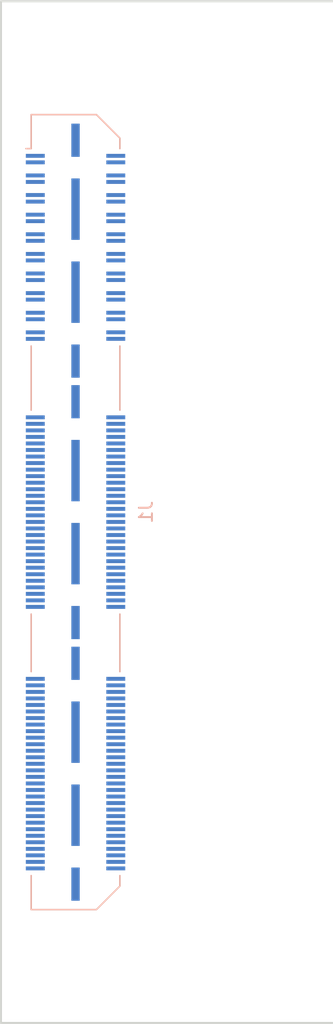
<source format=kicad_pcb>
(kicad_pcb (version 20171130) (host pcbnew 5.0.1)

  (general
    (thickness 1.6)
    (drawings 5)
    (tracks 0)
    (zones 0)
    (modules 5)
    (nets 124)
  )

  (page A4)
  (layers
    (0 F.Cu signal)
    (31 B.Cu signal)
    (32 B.Adhes user)
    (33 F.Adhes user)
    (34 B.Paste user)
    (35 F.Paste user)
    (36 B.SilkS user)
    (37 F.SilkS user)
    (38 B.Mask user)
    (39 F.Mask user)
    (40 Dwgs.User user)
    (41 Cmts.User user)
    (42 Eco1.User user)
    (43 Eco2.User user)
    (44 Edge.Cuts user)
    (45 Margin user)
    (46 B.CrtYd user)
    (47 F.CrtYd user)
    (48 B.Fab user)
    (49 F.Fab user)
  )

  (setup
    (last_trace_width 0.25)
    (trace_clearance 0.2)
    (zone_clearance 0.508)
    (zone_45_only no)
    (trace_min 0.2)
    (segment_width 0.2)
    (edge_width 0.15)
    (via_size 0.8)
    (via_drill 0.4)
    (via_min_size 0.4)
    (via_min_drill 0.3)
    (uvia_size 0.3)
    (uvia_drill 0.1)
    (uvias_allowed no)
    (uvia_min_size 0.2)
    (uvia_min_drill 0.1)
    (pcb_text_width 0.3)
    (pcb_text_size 1.5 1.5)
    (mod_edge_width 0.15)
    (mod_text_size 1 1)
    (mod_text_width 0.15)
    (pad_size 3.175 3.175)
    (pad_drill 3.175)
    (pad_to_mask_clearance 0.051)
    (solder_mask_min_width 0.25)
    (aux_axis_origin 0 0)
    (visible_elements FFFFFF7F)
    (pcbplotparams
      (layerselection 0x010fc_ffffffff)
      (usegerberextensions false)
      (usegerberattributes false)
      (usegerberadvancedattributes false)
      (creategerberjobfile false)
      (excludeedgelayer true)
      (linewidth 0.100000)
      (plotframeref false)
      (viasonmask false)
      (mode 1)
      (useauxorigin false)
      (hpglpennumber 1)
      (hpglpenspeed 20)
      (hpglpendiameter 15.000000)
      (psnegative false)
      (psa4output false)
      (plotreference true)
      (plotvalue true)
      (plotinvisibletext false)
      (padsonsilk false)
      (subtractmaskfromsilk false)
      (outputformat 1)
      (mirror false)
      (drillshape 1)
      (scaleselection 1)
      (outputdirectory ""))
  )

  (net 0 "")
  (net 1 GND)
  (net 2 "Net-(J1-Pad101)")
  (net 3 "Net-(J1-Pad42)")
  (net 4 "Net-(J1-Pad41)")
  (net 5 "Net-(J1-Pad8)")
  (net 6 "Net-(J1-Pad6)")
  (net 7 "Net-(J1-Pad4)")
  (net 8 "Net-(J1-Pad2)")
  (net 9 "Net-(J1-Pad7)")
  (net 10 "Net-(J1-Pad5)")
  (net 11 "Net-(J1-Pad3)")
  (net 12 "Net-(J1-Pad1)")
  (net 13 "Net-(J1-Pad9)")
  (net 14 "Net-(J1-Pad15)")
  (net 15 "Net-(J1-Pad13)")
  (net 16 "Net-(J1-Pad11)")
  (net 17 "Net-(J1-Pad23)")
  (net 18 "Net-(J1-Pad21)")
  (net 19 "Net-(J1-Pad25)")
  (net 20 "Net-(J1-Pad19)")
  (net 21 "Net-(J1-Pad17)")
  (net 22 "Net-(J1-Pad39)")
  (net 23 "Net-(J1-Pad37)")
  (net 24 "Net-(J1-Pad33)")
  (net 25 "Net-(J1-Pad35)")
  (net 26 "Net-(J1-Pad31)")
  (net 27 "Net-(J1-Pad29)")
  (net 28 "Net-(J1-Pad27)")
  (net 29 "Net-(J1-Pad10)")
  (net 30 "Net-(J1-Pad16)")
  (net 31 "Net-(J1-Pad14)")
  (net 32 "Net-(J1-Pad12)")
  (net 33 "Net-(J1-Pad24)")
  (net 34 "Net-(J1-Pad22)")
  (net 35 "Net-(J1-Pad26)")
  (net 36 "Net-(J1-Pad20)")
  (net 37 "Net-(J1-Pad18)")
  (net 38 "Net-(J1-Pad40)")
  (net 39 "Net-(J1-Pad38)")
  (net 40 "Net-(J1-Pad34)")
  (net 41 "Net-(J1-Pad36)")
  (net 42 "Net-(J1-Pad32)")
  (net 43 "Net-(J1-Pad30)")
  (net 44 "Net-(J1-Pad28)")
  (net 45 "Net-(J1-Pad43)")
  (net 46 "Net-(J1-Pad44)")
  (net 47 "Net-(J1-Pad48)")
  (net 48 "Net-(J1-Pad47)")
  (net 49 +3V3)
  (net 50 +12V)
  (net 51 "Net-(J1-Pad54)")
  (net 52 "Net-(J1-Pad53)")
  (net 53 "Net-(J1-Pad55)")
  (net 54 "Net-(J1-Pad56)")
  (net 55 "Net-(J1-Pad49)")
  (net 56 "Net-(J1-Pad50)")
  (net 57 "Net-(J1-Pad66)")
  (net 58 "Net-(J1-Pad65)")
  (net 59 "Net-(J1-Pad67)")
  (net 60 "Net-(J1-Pad68)")
  (net 61 "Net-(J1-Pad72)")
  (net 62 "Net-(J1-Pad71)")
  (net 63 "Net-(J1-Pad62)")
  (net 64 "Net-(J1-Pad61)")
  (net 65 "Net-(J1-Pad60)")
  (net 66 "Net-(J1-Pad59)")
  (net 67 "Net-(J1-Pad90)")
  (net 68 "Net-(J1-Pad89)")
  (net 69 "Net-(J1-Pad91)")
  (net 70 "Net-(J1-Pad92)")
  (net 71 "Net-(J1-Pad96)")
  (net 72 "Net-(J1-Pad95)")
  (net 73 "Net-(J1-Pad97)")
  (net 74 "Net-(J1-Pad98)")
  (net 75 "Net-(J1-Pad83)")
  (net 76 "Net-(J1-Pad84)")
  (net 77 "Net-(J1-Pad85)")
  (net 78 "Net-(J1-Pad86)")
  (net 79 "Net-(J1-Pad78)")
  (net 80 "Net-(J1-Pad77)")
  (net 81 "Net-(J1-Pad79)")
  (net 82 "Net-(J1-Pad80)")
  (net 83 "Net-(J1-Pad73)")
  (net 84 "Net-(J1-Pad74)")
  (net 85 "Net-(J1-Pad134)")
  (net 86 "Net-(J1-Pad133)")
  (net 87 "Net-(J1-Pad140)")
  (net 88 "Net-(J1-Pad139)")
  (net 89 "Net-(J1-Pad137)")
  (net 90 "Net-(J1-Pad138)")
  (net 91 "Net-(J1-Pad146)")
  (net 92 "Net-(J1-Pad145)")
  (net 93 "Net-(J1-Pad144)")
  (net 94 "Net-(J1-Pad143)")
  (net 95 "Net-(J1-Pad158)")
  (net 96 "Net-(J1-Pad157)")
  (net 97 "Net-(J1-Pad155)")
  (net 98 "Net-(J1-Pad156)")
  (net 99 "Net-(J1-Pad152)")
  (net 100 "Net-(J1-Pad151)")
  (net 101 "Net-(J1-Pad149)")
  (net 102 "Net-(J1-Pad150)")
  (net 103 "Net-(J1-Pad119)")
  (net 104 "Net-(J1-Pad120)")
  (net 105 "Net-(J1-Pad121)")
  (net 106 "Net-(J1-Pad122)")
  (net 107 "Net-(J1-Pad131)")
  (net 108 "Net-(J1-Pad132)")
  (net 109 "Net-(J1-Pad128)")
  (net 110 "Net-(J1-Pad127)")
  (net 111 "Net-(J1-Pad125)")
  (net 112 "Net-(J1-Pad126)")
  (net 113 "Net-(J1-Pad110)")
  (net 114 "Net-(J1-Pad109)")
  (net 115 "Net-(J1-Pad116)")
  (net 116 "Net-(J1-Pad115)")
  (net 117 "Net-(J1-Pad113)")
  (net 118 "Net-(J1-Pad114)")
  (net 119 "Net-(J1-Pad107)")
  (net 120 "Net-(J1-Pad108)")
  (net 121 "Net-(J1-Pad104)")
  (net 122 "Net-(J1-Pad103)")
  (net 123 "Net-(J1-Pad102)")

  (net_class Default "This is the default net class."
    (clearance 0.2)
    (trace_width 0.25)
    (via_dia 0.8)
    (via_drill 0.4)
    (uvia_dia 0.3)
    (uvia_drill 0.1)
    (add_net +12V)
    (add_net +3V3)
    (add_net GND)
    (add_net "Net-(J1-Pad1)")
    (add_net "Net-(J1-Pad10)")
    (add_net "Net-(J1-Pad101)")
    (add_net "Net-(J1-Pad102)")
    (add_net "Net-(J1-Pad103)")
    (add_net "Net-(J1-Pad104)")
    (add_net "Net-(J1-Pad107)")
    (add_net "Net-(J1-Pad108)")
    (add_net "Net-(J1-Pad109)")
    (add_net "Net-(J1-Pad11)")
    (add_net "Net-(J1-Pad110)")
    (add_net "Net-(J1-Pad113)")
    (add_net "Net-(J1-Pad114)")
    (add_net "Net-(J1-Pad115)")
    (add_net "Net-(J1-Pad116)")
    (add_net "Net-(J1-Pad119)")
    (add_net "Net-(J1-Pad12)")
    (add_net "Net-(J1-Pad120)")
    (add_net "Net-(J1-Pad121)")
    (add_net "Net-(J1-Pad122)")
    (add_net "Net-(J1-Pad125)")
    (add_net "Net-(J1-Pad126)")
    (add_net "Net-(J1-Pad127)")
    (add_net "Net-(J1-Pad128)")
    (add_net "Net-(J1-Pad13)")
    (add_net "Net-(J1-Pad131)")
    (add_net "Net-(J1-Pad132)")
    (add_net "Net-(J1-Pad133)")
    (add_net "Net-(J1-Pad134)")
    (add_net "Net-(J1-Pad137)")
    (add_net "Net-(J1-Pad138)")
    (add_net "Net-(J1-Pad139)")
    (add_net "Net-(J1-Pad14)")
    (add_net "Net-(J1-Pad140)")
    (add_net "Net-(J1-Pad143)")
    (add_net "Net-(J1-Pad144)")
    (add_net "Net-(J1-Pad145)")
    (add_net "Net-(J1-Pad146)")
    (add_net "Net-(J1-Pad149)")
    (add_net "Net-(J1-Pad15)")
    (add_net "Net-(J1-Pad150)")
    (add_net "Net-(J1-Pad151)")
    (add_net "Net-(J1-Pad152)")
    (add_net "Net-(J1-Pad155)")
    (add_net "Net-(J1-Pad156)")
    (add_net "Net-(J1-Pad157)")
    (add_net "Net-(J1-Pad158)")
    (add_net "Net-(J1-Pad16)")
    (add_net "Net-(J1-Pad17)")
    (add_net "Net-(J1-Pad18)")
    (add_net "Net-(J1-Pad19)")
    (add_net "Net-(J1-Pad2)")
    (add_net "Net-(J1-Pad20)")
    (add_net "Net-(J1-Pad21)")
    (add_net "Net-(J1-Pad22)")
    (add_net "Net-(J1-Pad23)")
    (add_net "Net-(J1-Pad24)")
    (add_net "Net-(J1-Pad25)")
    (add_net "Net-(J1-Pad26)")
    (add_net "Net-(J1-Pad27)")
    (add_net "Net-(J1-Pad28)")
    (add_net "Net-(J1-Pad29)")
    (add_net "Net-(J1-Pad3)")
    (add_net "Net-(J1-Pad30)")
    (add_net "Net-(J1-Pad31)")
    (add_net "Net-(J1-Pad32)")
    (add_net "Net-(J1-Pad33)")
    (add_net "Net-(J1-Pad34)")
    (add_net "Net-(J1-Pad35)")
    (add_net "Net-(J1-Pad36)")
    (add_net "Net-(J1-Pad37)")
    (add_net "Net-(J1-Pad38)")
    (add_net "Net-(J1-Pad39)")
    (add_net "Net-(J1-Pad4)")
    (add_net "Net-(J1-Pad40)")
    (add_net "Net-(J1-Pad41)")
    (add_net "Net-(J1-Pad42)")
    (add_net "Net-(J1-Pad43)")
    (add_net "Net-(J1-Pad44)")
    (add_net "Net-(J1-Pad47)")
    (add_net "Net-(J1-Pad48)")
    (add_net "Net-(J1-Pad49)")
    (add_net "Net-(J1-Pad5)")
    (add_net "Net-(J1-Pad50)")
    (add_net "Net-(J1-Pad53)")
    (add_net "Net-(J1-Pad54)")
    (add_net "Net-(J1-Pad55)")
    (add_net "Net-(J1-Pad56)")
    (add_net "Net-(J1-Pad59)")
    (add_net "Net-(J1-Pad6)")
    (add_net "Net-(J1-Pad60)")
    (add_net "Net-(J1-Pad61)")
    (add_net "Net-(J1-Pad62)")
    (add_net "Net-(J1-Pad65)")
    (add_net "Net-(J1-Pad66)")
    (add_net "Net-(J1-Pad67)")
    (add_net "Net-(J1-Pad68)")
    (add_net "Net-(J1-Pad7)")
    (add_net "Net-(J1-Pad71)")
    (add_net "Net-(J1-Pad72)")
    (add_net "Net-(J1-Pad73)")
    (add_net "Net-(J1-Pad74)")
    (add_net "Net-(J1-Pad77)")
    (add_net "Net-(J1-Pad78)")
    (add_net "Net-(J1-Pad79)")
    (add_net "Net-(J1-Pad8)")
    (add_net "Net-(J1-Pad80)")
    (add_net "Net-(J1-Pad83)")
    (add_net "Net-(J1-Pad84)")
    (add_net "Net-(J1-Pad85)")
    (add_net "Net-(J1-Pad86)")
    (add_net "Net-(J1-Pad89)")
    (add_net "Net-(J1-Pad9)")
    (add_net "Net-(J1-Pad90)")
    (add_net "Net-(J1-Pad91)")
    (add_net "Net-(J1-Pad92)")
    (add_net "Net-(J1-Pad95)")
    (add_net "Net-(J1-Pad96)")
    (add_net "Net-(J1-Pad97)")
    (add_net "Net-(J1-Pad98)")
  )

  (module Connector_Samtec:Samtec_HSMC_ASP-122952-01_P0.5mm_Vertical locked (layer B.Cu) (tedit 5C465B37) (tstamp 5C48377A)
    (at 31.115 64.4652 270)
    (descr http://suddendocs.samtec.com/prints/asp-122952-01-mkt.pdf)
    (tags "Samtec HSMC card mezzanine vertical")
    (path /5C4770A2)
    (attr smd)
    (fp_text reference J1 (at 0 -5.4 270) (layer B.SilkS)
      (effects (font (size 1 1) (thickness 0.15)) (justify mirror))
    )
    (fp_text value HSMC_Card_ASP (at 0 -5.4 270) (layer B.Fab)
      (effects (font (size 1 1) (thickness 0.15)) (justify mirror))
    )
    (fp_text user %R (at 0 1 270) (layer B.Fab)
      (effects (font (size 1 1) (thickness 0.15)) (justify mirror))
    )
    (fp_line (start -31 4.4) (end -31 -4.4) (layer B.CrtYd) (width 0.05))
    (fp_line (start -31 -4.4) (end 31 -4.4) (layer B.CrtYd) (width 0.05))
    (fp_line (start 31 -4.4) (end 31 4.4) (layer B.CrtYd) (width 0.05))
    (fp_line (start 31 4.4) (end -31 4.4) (layer B.CrtYd) (width 0.05))
    (fp_line (start 27.8 3.4) (end 30.4 3.4) (layer B.SilkS) (width 0.12))
    (fp_line (start 30.4 3.4) (end 30.4 -1.6) (layer B.SilkS) (width 0.12))
    (fp_line (start 27.8 -3.4) (end 28.6 -3.4) (layer B.SilkS) (width 0.12))
    (fp_line (start 28.6 -3.4) (end 30.4 -1.6) (layer B.SilkS) (width 0.12))
    (fp_line (start 12.2 3.4) (end 7.8 3.4) (layer B.SilkS) (width 0.12))
    (fp_line (start 7.8 -3.4) (end 12.2 -3.4) (layer B.SilkS) (width 0.12))
    (fp_line (start -12.7 -3.4) (end -7.8 -3.4) (layer B.SilkS) (width 0.12))
    (fp_line (start -7.8 3.4) (end -12.7 3.4) (layer B.SilkS) (width 0.12))
    (fp_line (start -27.8 3.4) (end -30.4 3.4) (layer B.SilkS) (width 0.12))
    (fp_line (start -30.4 3.4) (end -30.4 -1.6) (layer B.SilkS) (width 0.12))
    (fp_line (start -30.4 -1.6) (end -28.6 -3.4) (layer B.SilkS) (width 0.12))
    (fp_line (start -28.6 -3.4) (end -27.8 -3.4) (layer B.SilkS) (width 0.12))
    (fp_line (start -10.541 -0.1905) (end -10.541 0.1905) (layer B.Fab) (width 0.1))
    (fp_line (start -29.464 -0.1905) (end -28.73375 -0.1905) (layer B.Fab) (width 0.1))
    (fp_line (start -10.541 0.1905) (end -11.08075 0.1905) (layer B.Fab) (width 0.1))
    (fp_line (start -11.08075 -0.1905) (end -10.541 -0.1905) (layer B.Fab) (width 0.1))
    (fp_line (start 29.74975 0.635) (end 28.73375 0.635) (layer B.Fab) (width 0.1))
    (fp_line (start 28.03017 0.2159) (end 28.25877 0.2159) (layer B.Fab) (width 0.1))
    (fp_line (start 11.97483 0.2159) (end 28.03017 0.2159) (layer B.Fab) (width 0.1))
    (fp_line (start 11.74623 0.2159) (end 11.97483 0.2159) (layer B.Fab) (width 0.1))
    (fp_line (start -28.4861 -2.9845) (end 28.4861 -2.9845) (layer B.Fab) (width 0.1))
    (fp_line (start 30.0101 2.9845) (end -30.0101 2.9845) (layer B.Fab) (width 0.1))
    (fp_line (start -28.73375 -0.635) (end -28.73375 0.635) (layer B.Fab) (width 0.1))
    (fp_line (start -28.03017 -0.2159) (end -28.25877 -0.2159) (layer B.Fab) (width 0.1))
    (fp_line (start -28.03017 -0.2159) (end -11.97483 -0.2159) (layer B.Fab) (width 0.1))
    (fp_line (start -11.74623 -0.2159) (end -11.97483 -0.2159) (layer B.Fab) (width 0.1))
    (fp_line (start -29.74975 -0.635) (end -28.73375 -0.635) (layer B.Fab) (width 0.1))
    (fp_line (start -11.08075 0.635) (end -11.08075 -0.635) (layer B.Fab) (width 0.1))
    (fp_line (start -29.74975 0.635) (end -29.74975 -0.635) (layer B.Fab) (width 0.1))
    (fp_line (start -11.08075 -0.635) (end -8.92175 -0.635) (layer B.Fab) (width 0.1))
    (fp_line (start -28.73375 0.635) (end -29.74975 0.635) (layer B.Fab) (width 0.1))
    (fp_line (start -8.92175 -0.635) (end -8.92175 0.635) (layer B.Fab) (width 0.1))
    (fp_line (start -8.02767 -0.2159) (end -8.25627 -0.2159) (layer B.Fab) (width 0.1))
    (fp_line (start 8.02767 -0.2159) (end -8.02767 -0.2159) (layer B.Fab) (width 0.1))
    (fp_line (start 8.25627 -0.2159) (end 8.02767 -0.2159) (layer B.Fab) (width 0.1))
    (fp_line (start -11.97483 0.2159) (end -11.74623 0.2159) (layer B.Fab) (width 0.1))
    (fp_line (start -11.97483 0.2159) (end -28.03017 0.2159) (layer B.Fab) (width 0.1))
    (fp_line (start -28.73375 0.1905) (end -29.464 0.1905) (layer B.Fab) (width 0.1))
    (fp_line (start 8.92175 -0.1905) (end 9.459 -0.1905) (layer B.Fab) (width 0.1))
    (fp_line (start -9.464 -0.1905) (end -8.92175 -0.1905) (layer B.Fab) (width 0.1))
    (fp_line (start -28.25877 -0.2159) (end -28.25877 0.2159) (layer B.Fab) (width 0.1))
    (fp_line (start -28.44673 -0.5715) (end -28.03017 -0.5715) (layer B.Fab) (width 0.1))
    (fp_line (start -28.03017 -0.5715) (end -28.03017 -0.2159) (layer B.Fab) (width 0.1))
    (fp_line (start -28.03017 0.2159) (end -28.03017 0.5715) (layer B.Fab) (width 0.1))
    (fp_line (start -28.03017 0.5715) (end -28.44673 0.5715) (layer B.Fab) (width 0.1))
    (fp_line (start -11.97483 -0.2159) (end -11.97483 -0.5715) (layer B.Fab) (width 0.1))
    (fp_line (start -11.97483 -0.5715) (end -11.55573 -0.5715) (layer B.Fab) (width 0.1))
    (fp_line (start -11.55573 0.5715) (end -11.97483 0.5715) (layer B.Fab) (width 0.1))
    (fp_line (start -11.97483 0.5715) (end -11.97483 0.2159) (layer B.Fab) (width 0.1))
    (fp_line (start -11.74623 0.2159) (end -11.74623 -0.2159) (layer B.Fab) (width 0.1))
    (fp_line (start -8.25627 -0.2159) (end -8.25627 0.2159) (layer B.Fab) (width 0.1))
    (fp_line (start -8.44423 -0.5715) (end -8.02767 -0.5715) (layer B.Fab) (width 0.1))
    (fp_line (start -8.02767 -0.5715) (end -8.02767 -0.2159) (layer B.Fab) (width 0.1))
    (fp_line (start -8.02767 0.2159) (end -8.02767 0.5715) (layer B.Fab) (width 0.1))
    (fp_line (start -8.02767 0.5715) (end -8.44423 0.5715) (layer B.Fab) (width 0.1))
    (fp_line (start 8.02767 -0.2159) (end 8.02767 -0.5715) (layer B.Fab) (width 0.1))
    (fp_line (start -30.0101 2.9845) (end -30.0101 -1.4605) (layer B.Fab) (width 0.1))
    (fp_line (start -30.0101 -1.4605) (end -28.4861 -2.9845) (layer B.Fab) (width 0.1))
    (fp_line (start 11.55827 1.9685) (end 11.55827 -1.9685) (layer B.Fab) (width 0.1))
    (fp_line (start -11.55573 -1.9685) (end -11.55573 1.9685) (layer B.Fab) (width 0.1))
    (fp_line (start -28.44673 1.9685) (end -28.44673 -1.9685) (layer B.Fab) (width 0.1))
    (fp_line (start 8.02767 -0.5715) (end 8.44677 -0.5715) (layer B.Fab) (width 0.1))
    (fp_line (start 8.44677 0.5715) (end 8.02767 0.5715) (layer B.Fab) (width 0.1))
    (fp_line (start 8.02767 0.5715) (end 8.02767 0.2159) (layer B.Fab) (width 0.1))
    (fp_line (start 8.25627 0.2159) (end 8.25627 -0.2159) (layer B.Fab) (width 0.1))
    (fp_line (start 11.74623 -0.2159) (end 11.74623 0.2159) (layer B.Fab) (width 0.1))
    (fp_line (start 11.55827 -0.5715) (end 11.97483 -0.5715) (layer B.Fab) (width 0.1))
    (fp_line (start 11.97483 -0.5715) (end 11.97483 -0.2159) (layer B.Fab) (width 0.1))
    (fp_line (start 11.97483 0.2159) (end 11.97483 0.5715) (layer B.Fab) (width 0.1))
    (fp_line (start 11.97483 0.5715) (end 11.55827 0.5715) (layer B.Fab) (width 0.1))
    (fp_line (start 28.03017 -0.2159) (end 28.03017 -0.5715) (layer B.Fab) (width 0.1))
    (fp_line (start 28.03017 -0.5715) (end 28.44927 -0.5715) (layer B.Fab) (width 0.1))
    (fp_line (start 28.44927 0.5715) (end 28.03017 0.5715) (layer B.Fab) (width 0.1))
    (fp_line (start 28.03017 0.5715) (end 28.03017 0.2159) (layer B.Fab) (width 0.1))
    (fp_line (start 28.25877 0.2159) (end 28.25877 -0.2159) (layer B.Fab) (width 0.1))
    (fp_line (start 8.44677 -1.9685) (end 8.44677 1.9685) (layer B.Fab) (width 0.1))
    (fp_line (start -8.44423 1.9685) (end -8.44423 -1.9685) (layer B.Fab) (width 0.1))
    (fp_line (start 28.44927 -1.9685) (end 28.44927 1.9685) (layer B.Fab) (width 0.1))
    (fp_line (start -28.25877 0.2159) (end -28.03017 0.2159) (layer B.Fab) (width 0.1))
    (fp_line (start 8.92175 0.635) (end 8.92175 -0.635) (layer B.Fab) (width 0.1))
    (fp_line (start 8.92175 -0.635) (end 11.08075 -0.635) (layer B.Fab) (width 0.1))
    (fp_line (start -8.92175 0.635) (end -11.08075 0.635) (layer B.Fab) (width 0.1))
    (fp_line (start 11.08075 -0.635) (end 11.08075 0.635) (layer B.Fab) (width 0.1))
    (fp_line (start 11.97483 -0.2159) (end 11.74623 -0.2159) (layer B.Fab) (width 0.1))
    (fp_line (start 28.03017 -0.2159) (end 11.97483 -0.2159) (layer B.Fab) (width 0.1))
    (fp_line (start 28.25877 -0.2159) (end 28.03017 -0.2159) (layer B.Fab) (width 0.1))
    (fp_line (start 8.02767 0.2159) (end 8.25627 0.2159) (layer B.Fab) (width 0.1))
    (fp_line (start -8.02767 0.2159) (end 8.02767 0.2159) (layer B.Fab) (width 0.1))
    (fp_line (start -8.25627 0.2159) (end -8.02767 0.2159) (layer B.Fab) (width 0.1))
    (fp_line (start 28.73375 0.635) (end 28.73375 -0.635) (layer B.Fab) (width 0.1))
    (fp_line (start 28.73375 -0.635) (end 29.74975 -0.635) (layer B.Fab) (width 0.1))
    (fp_line (start 11.08075 0.635) (end 8.92175 0.635) (layer B.Fab) (width 0.1))
    (fp_line (start 29.74975 -0.635) (end 29.74975 0.635) (layer B.Fab) (width 0.1))
    (fp_line (start 9.459 -0.1905) (end 9.459 0.1905) (layer B.Fab) (width 0.1))
    (fp_line (start -29.464 -0.1905) (end -29.464 0.1905) (layer B.Fab) (width 0.1))
    (fp_line (start 9.459 0.1905) (end 8.92175 0.1905) (layer B.Fab) (width 0.1))
    (fp_line (start 28.4861 -2.9845) (end 30.0101 -1.4605) (layer B.Fab) (width 0.1))
    (fp_line (start 30.0101 -1.4605) (end 30.0101 2.9845) (layer B.Fab) (width 0.1))
    (fp_line (start 28.44927 1.9685) (end 11.55827 1.9685) (layer B.Fab) (width 0.1))
    (fp_line (start 29.459 -0.1905) (end 29.459 0.1905) (layer B.Fab) (width 0.1))
    (fp_line (start 10.536 -0.1905) (end 11.08075 -0.1905) (layer B.Fab) (width 0.1))
    (fp_line (start 28.73375 -0.1905) (end 29.459 -0.1905) (layer B.Fab) (width 0.1))
    (fp_line (start 11.08075 0.1905) (end 10.536 0.1905) (layer B.Fab) (width 0.1))
    (fp_line (start 29.459 0.1905) (end 28.73375 0.1905) (layer B.Fab) (width 0.1))
    (fp_line (start 10.536 -0.1905) (end 10.536 0.1905) (layer B.Fab) (width 0.1))
    (fp_line (start -8.92175 0.1905) (end -9.464 0.1905) (layer B.Fab) (width 0.1))
    (fp_line (start -9.464 -0.1905) (end -9.464 0.1905) (layer B.Fab) (width 0.1))
    (fp_line (start 28.44927 -1.9685) (end 11.55827 -1.9685) (layer B.Fab) (width 0.1))
    (fp_line (start 8.44423 -1.9685) (end -8.44423 -1.9685) (layer B.Fab) (width 0.1))
    (fp_line (start 8.44677 1.9685) (end -8.44423 1.9685) (layer B.Fab) (width 0.1))
    (fp_line (start -11.55577 -1.9685) (end -28.44423 -1.9685) (layer B.Fab) (width 0.1))
    (fp_line (start -11.55323 1.9685) (end -28.44423 1.9685) (layer B.Fab) (width 0.1))
    (fp_line (start -27.8 3.4) (end -27.8 3.8) (layer B.SilkS) (width 0.12))
    (fp_line (start -27.24912 2.786) (end -27.44912 2.986) (layer B.Fab) (width 0.1))
    (fp_line (start -27.04912 2.986) (end -27.24912 2.786) (layer B.Fab) (width 0.1))
    (pad 167 smd rect (at 3.175 0 270) (size 4.699 0.64008) (layers B.Cu B.Paste B.Mask)
      (net 1 GND) (clearance 0.09906))
    (pad 101 smd rect (at 12.7508 3.086 270) (size 0.29972 1.45034) (layers B.Cu B.Paste B.Mask)
      (net 2 "Net-(J1-Pad101)") (clearance 0.09906))
    (pad 42 smd rect (at -7.24916 -3.086 270) (size 0.29972 1.45034) (layers B.Cu B.Paste B.Mask)
      (net 3 "Net-(J1-Pad42)") (clearance 0.09906))
    (pad 41 smd rect (at -7.24916 3.086 270) (size 0.29972 1.45034) (layers B.Cu B.Paste B.Mask)
      (net 4 "Net-(J1-Pad41)") (clearance 0.09906))
    (pad 8 smd rect (at -25.25014 -3.086 270) (size 0.29972 1.45034) (layers B.Cu B.Paste B.Mask)
      (net 5 "Net-(J1-Pad8)") (clearance 0.09906))
    (pad 6 smd rect (at -25.74798 -3.086 270) (size 0.29972 1.45034) (layers B.Cu B.Paste B.Mask)
      (net 6 "Net-(J1-Pad6)") (clearance 0.09906))
    (pad 4 smd rect (at -26.74874 -3.086 270) (size 0.29972 1.45034) (layers B.Cu B.Paste B.Mask)
      (net 7 "Net-(J1-Pad4)") (clearance 0.09906))
    (pad 2 smd rect (at -27.24912 -3.086 270) (size 0.29972 1.45034) (layers B.Cu B.Paste B.Mask)
      (net 8 "Net-(J1-Pad2)") (clearance 0.09906))
    (pad 7 smd rect (at -25.25014 3.086 270) (size 0.29972 1.45034) (layers B.Cu B.Paste B.Mask)
      (net 9 "Net-(J1-Pad7)") (clearance 0.09906))
    (pad 5 smd rect (at -25.74798 3.086 270) (size 0.29972 1.45034) (layers B.Cu B.Paste B.Mask)
      (net 10 "Net-(J1-Pad5)") (clearance 0.09906))
    (pad 3 smd rect (at -26.74874 3.086 270) (size 0.29972 1.45034) (layers B.Cu B.Paste B.Mask)
      (net 11 "Net-(J1-Pad3)") (clearance 0.09906))
    (pad 1 smd rect (at -27.24912 3.086 270) (size 0.29972 1.45034) (layers B.Cu B.Paste B.Mask)
      (net 12 "Net-(J1-Pad1)") (clearance 0.09906))
    (pad 9 smd rect (at -24.25192 3.086 270) (size 0.29972 1.45034) (layers B.Cu B.Paste B.Mask)
      (net 13 "Net-(J1-Pad9)") (clearance 0.09906))
    (pad 15 smd rect (at -22.2504 3.086 270) (size 0.29972 1.45034) (layers B.Cu B.Paste B.Mask)
      (net 14 "Net-(J1-Pad15)") (clearance 0.09906))
    (pad 13 smd rect (at -22.74824 3.086 270) (size 0.29972 1.45034) (layers B.Cu B.Paste B.Mask)
      (net 15 "Net-(J1-Pad13)") (clearance 0.09906))
    (pad 11 smd rect (at -23.74646 3.086 270) (size 0.29972 1.45034) (layers B.Cu B.Paste B.Mask)
      (net 16 "Net-(J1-Pad11)") (clearance 0.09906))
    (pad 23 smd rect (at -19.24812 3.086 270) (size 0.29972 1.45034) (layers B.Cu B.Paste B.Mask)
      (net 17 "Net-(J1-Pad23)") (clearance 0.09906))
    (pad 21 smd rect (at -19.74596 3.086 270) (size 0.29972 1.45034) (layers B.Cu B.Paste B.Mask)
      (net 18 "Net-(J1-Pad21)") (clearance 0.09906))
    (pad 25 smd rect (at -18.2499 3.086 270) (size 0.29972 1.45034) (layers B.Cu B.Paste B.Mask)
      (net 19 "Net-(J1-Pad25)") (clearance 0.09906))
    (pad 19 smd rect (at -20.74926 3.086 270) (size 0.29972 1.45034) (layers B.Cu B.Paste B.Mask)
      (net 20 "Net-(J1-Pad19)") (clearance 0.09906))
    (pad 17 smd rect (at -21.24964 3.086 270) (size 0.29972 1.45034) (layers B.Cu B.Paste B.Mask)
      (net 21 "Net-(J1-Pad17)") (clearance 0.09906))
    (pad 39 smd rect (at -13.24864 3.086 270) (size 0.29972 1.45034) (layers B.Cu B.Paste B.Mask)
      (net 22 "Net-(J1-Pad39)") (clearance 0.09906))
    (pad 37 smd rect (at -13.74648 3.086 270) (size 0.29972 1.45034) (layers B.Cu B.Paste B.Mask)
      (net 23 "Net-(J1-Pad37)") (clearance 0.09906))
    (pad 33 smd rect (at -15.24762 3.086 270) (size 0.29972 1.45034) (layers B.Cu B.Paste B.Mask)
      (net 24 "Net-(J1-Pad33)") (clearance 0.09906))
    (pad 35 smd rect (at -14.74724 3.086 270) (size 0.29972 1.45034) (layers B.Cu B.Paste B.Mask)
      (net 25 "Net-(J1-Pad35)") (clearance 0.09906))
    (pad 31 smd rect (at -16.25092 3.086 270) (size 0.29972 1.45034) (layers B.Cu B.Paste B.Mask)
      (net 26 "Net-(J1-Pad31)") (clearance 0.09906))
    (pad 29 smd rect (at -16.74876 3.086 270) (size 0.29972 1.45034) (layers B.Cu B.Paste B.Mask)
      (net 27 "Net-(J1-Pad29)") (clearance 0.09906))
    (pad 27 smd rect (at -17.74698 3.086 270) (size 0.29972 1.45034) (layers B.Cu B.Paste B.Mask)
      (net 28 "Net-(J1-Pad27)") (clearance 0.09906))
    (pad 10 smd rect (at -24.24938 -3.086 270) (size 0.29972 1.45034) (layers B.Cu B.Paste B.Mask)
      (net 29 "Net-(J1-Pad10)") (clearance 0.09906))
    (pad 16 smd rect (at -22.24786 -3.086 270) (size 0.29972 1.45034) (layers B.Cu B.Paste B.Mask)
      (net 30 "Net-(J1-Pad16)") (clearance 0.09906))
    (pad 14 smd rect (at -22.7457 -3.086 270) (size 0.29972 1.45034) (layers B.Cu B.Paste B.Mask)
      (net 31 "Net-(J1-Pad14)") (clearance 0.09906))
    (pad 12 smd rect (at -23.74646 -3.086 270) (size 0.29972 1.45034) (layers B.Cu B.Paste B.Mask)
      (net 32 "Net-(J1-Pad12)") (clearance 0.09906))
    (pad 24 smd rect (at -19.24812 -3.086 270) (size 0.29972 1.45034) (layers B.Cu B.Paste B.Mask)
      (net 33 "Net-(J1-Pad24)") (clearance 0.09906))
    (pad 22 smd rect (at -19.74596 -3.086 270) (size 0.29972 1.45034) (layers B.Cu B.Paste B.Mask)
      (net 34 "Net-(J1-Pad22)") (clearance 0.09906))
    (pad 26 smd rect (at -18.24736 -3.086 270) (size 0.29972 1.45034) (layers B.Cu B.Paste B.Mask)
      (net 35 "Net-(J1-Pad26)") (clearance 0.09906))
    (pad 20 smd rect (at -20.74672 -3.086 270) (size 0.29972 1.45034) (layers B.Cu B.Paste B.Mask)
      (net 36 "Net-(J1-Pad20)") (clearance 0.09906))
    (pad 18 smd rect (at -21.24964 -3.086 270) (size 0.29972 1.45034) (layers B.Cu B.Paste B.Mask)
      (net 37 "Net-(J1-Pad18)") (clearance 0.09906))
    (pad 40 smd rect (at -13.25118 -3.086 270) (size 0.29972 1.45034) (layers B.Cu B.Paste B.Mask)
      (net 38 "Net-(J1-Pad40)") (clearance 0.09906))
    (pad 38 smd rect (at -13.74902 -3.086 270) (size 0.29972 1.45034) (layers B.Cu B.Paste B.Mask)
      (net 39 "Net-(J1-Pad38)") (clearance 0.09906))
    (pad 34 smd rect (at -15.25016 -3.086 270) (size 0.29972 1.45034) (layers B.Cu B.Paste B.Mask)
      (net 40 "Net-(J1-Pad34)") (clearance 0.09906))
    (pad 36 smd rect (at -14.74724 -3.086 270) (size 0.29972 1.45034) (layers B.Cu B.Paste B.Mask)
      (net 41 "Net-(J1-Pad36)") (clearance 0.09906))
    (pad 32 smd rect (at -16.25092 -3.086 270) (size 0.29972 1.45034) (layers B.Cu B.Paste B.Mask)
      (net 42 "Net-(J1-Pad32)") (clearance 0.09906))
    (pad 30 smd rect (at -16.74876 -3.086 270) (size 0.29972 1.45034) (layers B.Cu B.Paste B.Mask)
      (net 43 "Net-(J1-Pad30)") (clearance 0.09906))
    (pad 28 smd rect (at -17.74952 -3.086 270) (size 0.29972 1.45034) (layers B.Cu B.Paste B.Mask)
      (net 44 "Net-(J1-Pad28)") (clearance 0.09906))
    (pad 43 smd rect (at -6.75132 3.086 270) (size 0.29972 1.45034) (layers B.Cu B.Paste B.Mask)
      (net 45 "Net-(J1-Pad43)") (clearance 0.09906))
    (pad 44 smd rect (at -6.75132 -3.086 270) (size 0.29972 1.45034) (layers B.Cu B.Paste B.Mask)
      (net 46 "Net-(J1-Pad44)") (clearance 0.09906))
    (pad 48 smd rect (at -5.75056 -3.086 270) (size 0.29972 1.45034) (layers B.Cu B.Paste B.Mask)
      (net 47 "Net-(J1-Pad48)") (clearance 0.09906))
    (pad 47 smd rect (at -5.75056 3.086 270) (size 0.29972 1.45034) (layers B.Cu B.Paste B.Mask)
      (net 48 "Net-(J1-Pad47)") (clearance 0.09906))
    (pad 45 smd rect (at -6.2484 3.086 270) (size 0.29972 1.45034) (layers B.Cu B.Paste B.Mask)
      (net 49 +3V3) (clearance 0.09906))
    (pad 46 smd rect (at -6.2484 -3.086 270) (size 0.29972 1.45034) (layers B.Cu B.Paste B.Mask)
      (net 50 +12V) (clearance 0.09906))
    (pad 54 smd rect (at -4.24942 -3.086 270) (size 0.29972 1.45034) (layers B.Cu B.Paste B.Mask)
      (net 51 "Net-(J1-Pad54)") (clearance 0.09906))
    (pad 53 smd rect (at -4.24942 3.086 270) (size 0.29972 1.45034) (layers B.Cu B.Paste B.Mask)
      (net 52 "Net-(J1-Pad53)") (clearance 0.09906))
    (pad 55 smd rect (at -3.75158 3.086 270) (size 0.29972 1.45034) (layers B.Cu B.Paste B.Mask)
      (net 53 "Net-(J1-Pad55)") (clearance 0.09906))
    (pad 56 smd rect (at -3.75158 -3.086 270) (size 0.29972 1.45034) (layers B.Cu B.Paste B.Mask)
      (net 54 "Net-(J1-Pad56)") (clearance 0.09906))
    (pad 52 smd rect (at -4.75234 -3.086 270) (size 0.29972 1.45034) (layers B.Cu B.Paste B.Mask)
      (net 50 +12V) (clearance 0.09906))
    (pad 51 smd rect (at -4.75234 3.086 270) (size 0.29972 1.45034) (layers B.Cu B.Paste B.Mask)
      (net 49 +3V3) (clearance 0.09906))
    (pad 49 smd rect (at -5.25018 3.086 270) (size 0.29972 1.45034) (layers B.Cu B.Paste B.Mask)
      (net 55 "Net-(J1-Pad49)") (clearance 0.09906))
    (pad 50 smd rect (at -5.25018 -3.086 270) (size 0.29972 1.45034) (layers B.Cu B.Paste B.Mask)
      (net 56 "Net-(J1-Pad50)") (clearance 0.09906))
    (pad 66 smd rect (at -1.24968 -3.086 270) (size 0.29972 1.45034) (layers B.Cu B.Paste B.Mask)
      (net 57 "Net-(J1-Pad66)") (clearance 0.09906))
    (pad 65 smd rect (at -1.24968 3.086 270) (size 0.29972 1.45034) (layers B.Cu B.Paste B.Mask)
      (net 58 "Net-(J1-Pad65)") (clearance 0.09906))
    (pad 67 smd rect (at -0.75184 3.086 270) (size 0.29972 1.45034) (layers B.Cu B.Paste B.Mask)
      (net 59 "Net-(J1-Pad67)") (clearance 0.09906))
    (pad 68 smd rect (at -0.75184 -3.086 270) (size 0.29972 1.45034) (layers B.Cu B.Paste B.Mask)
      (net 60 "Net-(J1-Pad68)") (clearance 0.09906))
    (pad 72 smd rect (at 0.24892 -3.086 270) (size 0.29972 1.45034) (layers B.Cu B.Paste B.Mask)
      (net 61 "Net-(J1-Pad72)") (clearance 0.09906))
    (pad 71 smd rect (at 0.24892 3.086 270) (size 0.29972 1.45034) (layers B.Cu B.Paste B.Mask)
      (net 62 "Net-(J1-Pad71)") (clearance 0.09906))
    (pad 69 smd rect (at -0.24892 3.086 270) (size 0.29972 1.45034) (layers B.Cu B.Paste B.Mask)
      (net 49 +3V3) (clearance 0.09906))
    (pad 70 smd rect (at -0.24892 -3.086 270) (size 0.29972 1.45034) (layers B.Cu B.Paste B.Mask)
      (net 50 +12V) (clearance 0.09906))
    (pad 62 smd rect (at -2.2479 -3.086 270) (size 0.29972 1.45034) (layers B.Cu B.Paste B.Mask)
      (net 63 "Net-(J1-Pad62)") (clearance 0.09906))
    (pad 61 smd rect (at -2.2479 3.086 270) (size 0.29972 1.45034) (layers B.Cu B.Paste B.Mask)
      (net 64 "Net-(J1-Pad61)") (clearance 0.09906))
    (pad 63 smd rect (at -1.75006 3.086 270) (size 0.29972 1.45034) (layers B.Cu B.Paste B.Mask)
      (net 49 +3V3) (clearance 0.09906))
    (pad 64 smd rect (at -1.75006 -3.086 270) (size 0.29972 1.45034) (layers B.Cu B.Paste B.Mask)
      (net 50 +12V) (clearance 0.09906))
    (pad 60 smd rect (at -2.75082 -3.086 270) (size 0.29972 1.45034) (layers B.Cu B.Paste B.Mask)
      (net 65 "Net-(J1-Pad60)") (clearance 0.09906))
    (pad 59 smd rect (at -2.75082 3.086 270) (size 0.29972 1.45034) (layers B.Cu B.Paste B.Mask)
      (net 66 "Net-(J1-Pad59)") (clearance 0.09906))
    (pad 57 smd rect (at -3.24866 3.086 270) (size 0.29972 1.45034) (layers B.Cu B.Paste B.Mask)
      (net 49 +3V3) (clearance 0.09906))
    (pad 58 smd rect (at -3.24866 -3.086 270) (size 0.29972 1.45034) (layers B.Cu B.Paste B.Mask)
      (net 50 +12V) (clearance 0.09906))
    (pad 90 smd rect (at 4.75234 -3.086 270) (size 0.29972 1.45034) (layers B.Cu B.Paste B.Mask)
      (net 67 "Net-(J1-Pad90)") (clearance 0.09906))
    (pad 89 smd rect (at 4.75234 3.086 270) (size 0.29972 1.45034) (layers B.Cu B.Paste B.Mask)
      (net 68 "Net-(J1-Pad89)") (clearance 0.09906))
    (pad 91 smd rect (at 5.25018 3.086 270) (size 0.29972 1.45034) (layers B.Cu B.Paste B.Mask)
      (net 69 "Net-(J1-Pad91)") (clearance 0.09906))
    (pad 92 smd rect (at 5.25018 -3.086 270) (size 0.29972 1.45034) (layers B.Cu B.Paste B.Mask)
      (net 70 "Net-(J1-Pad92)") (clearance 0.09906))
    (pad 96 smd rect (at 6.25094 -3.086 270) (size 0.29972 1.45034) (layers B.Cu B.Paste B.Mask)
      (net 71 "Net-(J1-Pad96)") (clearance 0.09906))
    (pad 95 smd rect (at 6.25094 3.086 270) (size 0.29972 1.45034) (layers B.Cu B.Paste B.Mask)
      (net 72 "Net-(J1-Pad95)") (clearance 0.09906))
    (pad 93 smd rect (at 5.7531 3.086 270) (size 0.29972 1.45034) (layers B.Cu B.Paste B.Mask)
      (net 49 +3V3) (clearance 0.09906))
    (pad 94 smd rect (at 5.7531 -3.086 270) (size 0.29972 1.45034) (layers B.Cu B.Paste B.Mask)
      (net 50 +12V) (clearance 0.09906))
    (pad 100 smd rect (at 7.24916 -3.086 270) (size 0.29972 1.45034) (layers B.Cu B.Paste B.Mask)
      (net 50 +12V) (clearance 0.09906))
    (pad 99 smd rect (at 7.24916 3.086 270) (size 0.29972 1.45034) (layers B.Cu B.Paste B.Mask)
      (net 49 +3V3) (clearance 0.09906))
    (pad 97 smd rect (at 6.75132 3.086 270) (size 0.29972 1.45034) (layers B.Cu B.Paste B.Mask)
      (net 73 "Net-(J1-Pad97)") (clearance 0.09906))
    (pad 98 smd rect (at 6.75132 -3.086 270) (size 0.29972 1.45034) (layers B.Cu B.Paste B.Mask)
      (net 74 "Net-(J1-Pad98)") (clearance 0.09906))
    (pad 82 smd rect (at 2.75082 -3.086 270) (size 0.29972 1.45034) (layers B.Cu B.Paste B.Mask)
      (net 50 +12V) (clearance 0.09906))
    (pad 81 smd rect (at 2.75082 3.086 270) (size 0.29972 1.45034) (layers B.Cu B.Paste B.Mask)
      (net 49 +3V3) (clearance 0.09906))
    (pad 83 smd rect (at 3.24866 3.086 270) (size 0.29972 1.45034) (layers B.Cu B.Paste B.Mask)
      (net 75 "Net-(J1-Pad83)") (clearance 0.09906))
    (pad 84 smd rect (at 3.24866 -3.086 270) (size 0.29972 1.45034) (layers B.Cu B.Paste B.Mask)
      (net 76 "Net-(J1-Pad84)") (clearance 0.09906))
    (pad 88 smd rect (at 4.24942 -3.086 270) (size 0.29972 1.45034) (layers B.Cu B.Paste B.Mask)
      (net 50 +12V) (clearance 0.09906))
    (pad 87 smd rect (at 4.24942 3.086 270) (size 0.29972 1.45034) (layers B.Cu B.Paste B.Mask)
      (net 49 +3V3) (clearance 0.09906))
    (pad 85 smd rect (at 3.75158 3.086 270) (size 0.29972 1.45034) (layers B.Cu B.Paste B.Mask)
      (net 77 "Net-(J1-Pad85)") (clearance 0.09906))
    (pad 86 smd rect (at 3.75158 -3.086 270) (size 0.29972 1.45034) (layers B.Cu B.Paste B.Mask)
      (net 78 "Net-(J1-Pad86)") (clearance 0.09906))
    (pad 78 smd rect (at 1.7526 -3.086 270) (size 0.29972 1.45034) (layers B.Cu B.Paste B.Mask)
      (net 79 "Net-(J1-Pad78)") (clearance 0.09906))
    (pad 77 smd rect (at 1.7526 3.086 270) (size 0.29972 1.45034) (layers B.Cu B.Paste B.Mask)
      (net 80 "Net-(J1-Pad77)") (clearance 0.09906))
    (pad 79 smd rect (at 2.25044 3.086 270) (size 0.29972 1.45034) (layers B.Cu B.Paste B.Mask)
      (net 81 "Net-(J1-Pad79)") (clearance 0.09906))
    (pad 80 smd rect (at 2.25044 -3.086 270) (size 0.29972 1.45034) (layers B.Cu B.Paste B.Mask)
      (net 82 "Net-(J1-Pad80)") (clearance 0.09906))
    (pad 76 smd rect (at 1.24968 -3.086 270) (size 0.29972 1.45034) (layers B.Cu B.Paste B.Mask)
      (net 50 +12V) (clearance 0.09906))
    (pad 75 smd rect (at 1.24968 3.086 270) (size 0.29972 1.45034) (layers B.Cu B.Paste B.Mask)
      (net 49 +3V3) (clearance 0.09906))
    (pad 73 smd rect (at 0.75184 3.086 270) (size 0.29972 1.45034) (layers B.Cu B.Paste B.Mask)
      (net 83 "Net-(J1-Pad73)") (clearance 0.09906))
    (pad 74 smd rect (at 0.75184 -3.086 270) (size 0.29972 1.45034) (layers B.Cu B.Paste B.Mask)
      (net 84 "Net-(J1-Pad74)") (clearance 0.09906))
    (pad 134 smd rect (at 20.7518 -3.086 270) (size 0.29972 1.45034) (layers B.Cu B.Paste B.Mask)
      (net 85 "Net-(J1-Pad134)") (clearance 0.09906))
    (pad 133 smd rect (at 20.7518 3.086 270) (size 0.29972 1.45034) (layers B.Cu B.Paste B.Mask)
      (net 86 "Net-(J1-Pad133)") (clearance 0.09906))
    (pad 135 smd rect (at 21.24964 3.086 270) (size 0.29972 1.45034) (layers B.Cu B.Paste B.Mask)
      (net 49 +3V3) (clearance 0.09906))
    (pad 136 smd rect (at 21.24964 -3.086 270) (size 0.29972 1.45034) (layers B.Cu B.Paste B.Mask)
      (net 50 +12V) (clearance 0.09906))
    (pad 140 smd rect (at 22.2504 -3.086 270) (size 0.29972 1.45034) (layers B.Cu B.Paste B.Mask)
      (net 87 "Net-(J1-Pad140)") (clearance 0.09906))
    (pad 139 smd rect (at 22.2504 3.086 270) (size 0.29972 1.45034) (layers B.Cu B.Paste B.Mask)
      (net 88 "Net-(J1-Pad139)") (clearance 0.09906))
    (pad 137 smd rect (at 21.75256 3.086 270) (size 0.29972 1.45034) (layers B.Cu B.Paste B.Mask)
      (net 89 "Net-(J1-Pad137)") (clearance 0.09906))
    (pad 138 smd rect (at 21.75256 -3.086 270) (size 0.29972 1.45034) (layers B.Cu B.Paste B.Mask)
      (net 90 "Net-(J1-Pad138)") (clearance 0.09906))
    (pad 146 smd rect (at 23.75154 -3.086 270) (size 0.29972 1.45034) (layers B.Cu B.Paste B.Mask)
      (net 91 "Net-(J1-Pad146)") (clearance 0.09906))
    (pad 145 smd rect (at 23.75154 3.086 270) (size 0.29972 1.45034) (layers B.Cu B.Paste B.Mask)
      (net 92 "Net-(J1-Pad145)") (clearance 0.09906))
    (pad 147 smd rect (at 24.24938 3.086 270) (size 0.29972 1.45034) (layers B.Cu B.Paste B.Mask)
      (net 49 +3V3) (clearance 0.09906))
    (pad 148 smd rect (at 24.24938 -3.086 270) (size 0.29972 1.45034) (layers B.Cu B.Paste B.Mask)
      (net 50 +12V) (clearance 0.09906))
    (pad 144 smd rect (at 23.24862 -3.086 270) (size 0.29972 1.45034) (layers B.Cu B.Paste B.Mask)
      (net 93 "Net-(J1-Pad144)") (clearance 0.09906))
    (pad 143 smd rect (at 23.24862 3.086 270) (size 0.29972 1.45034) (layers B.Cu B.Paste B.Mask)
      (net 94 "Net-(J1-Pad143)") (clearance 0.09906))
    (pad 141 smd rect (at 22.75078 3.086 270) (size 0.29972 1.45034) (layers B.Cu B.Paste B.Mask)
      (net 49 +3V3) (clearance 0.09906))
    (pad 142 smd rect (at 22.75078 -3.086 270) (size 0.29972 1.45034) (layers B.Cu B.Paste B.Mask)
      (net 50 +12V) (clearance 0.09906))
    (pad 158 smd rect (at 26.75128 -3.086 270) (size 0.29972 1.45034) (layers B.Cu B.Paste B.Mask)
      (net 95 "Net-(J1-Pad158)") (clearance 0.09906))
    (pad 157 smd rect (at 26.75128 3.086 270) (size 0.29972 1.45034) (layers B.Cu B.Paste B.Mask)
      (net 96 "Net-(J1-Pad157)") (clearance 0.09906))
    (pad 159 smd rect (at 27.24912 3.086 270) (size 0.29972 1.45034) (layers B.Cu B.Paste B.Mask)
      (net 49 +3V3) (clearance 0.09906))
    (pad 160 smd rect (at 27.24912 -3.086 270) (size 0.29972 1.45034) (layers B.Cu B.Paste B.Mask)
      (net 1 GND) (clearance 0.09906))
    (pad 154 smd rect (at 25.75306 -3.086 270) (size 0.29972 1.45034) (layers B.Cu B.Paste B.Mask)
      (net 50 +12V) (clearance 0.09906))
    (pad 153 smd rect (at 25.75306 3.086 270) (size 0.29972 1.45034) (layers B.Cu B.Paste B.Mask)
      (net 49 +3V3) (clearance 0.09906))
    (pad 155 smd rect (at 26.2509 3.086 270) (size 0.29972 1.45034) (layers B.Cu B.Paste B.Mask)
      (net 97 "Net-(J1-Pad155)") (clearance 0.09906))
    (pad 156 smd rect (at 26.2509 -3.086 270) (size 0.29972 1.45034) (layers B.Cu B.Paste B.Mask)
      (net 98 "Net-(J1-Pad156)") (clearance 0.09906))
    (pad 152 smd rect (at 25.25014 -3.086 270) (size 0.29972 1.45034) (layers B.Cu B.Paste B.Mask)
      (net 99 "Net-(J1-Pad152)") (clearance 0.09906))
    (pad 151 smd rect (at 25.25014 3.086 270) (size 0.29972 1.45034) (layers B.Cu B.Paste B.Mask)
      (net 100 "Net-(J1-Pad151)") (clearance 0.09906))
    (pad 149 smd rect (at 24.7523 3.086 270) (size 0.29972 1.45034) (layers B.Cu B.Paste B.Mask)
      (net 101 "Net-(J1-Pad149)") (clearance 0.09906))
    (pad 150 smd rect (at 24.7523 -3.086 270) (size 0.29972 1.45034) (layers B.Cu B.Paste B.Mask)
      (net 102 "Net-(J1-Pad150)") (clearance 0.09906))
    (pad 118 smd rect (at 16.7513 -3.086 270) (size 0.29972 1.45034) (layers B.Cu B.Paste B.Mask)
      (net 50 +12V) (clearance 0.09906))
    (pad 117 smd rect (at 16.7513 3.086 270) (size 0.29972 1.45034) (layers B.Cu B.Paste B.Mask)
      (net 49 +3V3) (clearance 0.09906))
    (pad 119 smd rect (at 17.24914 3.086 270) (size 0.29972 1.45034) (layers B.Cu B.Paste B.Mask)
      (net 103 "Net-(J1-Pad119)") (clearance 0.09906))
    (pad 120 smd rect (at 17.24914 -3.086 270) (size 0.29972 1.45034) (layers B.Cu B.Paste B.Mask)
      (net 104 "Net-(J1-Pad120)") (clearance 0.09906))
    (pad 124 smd rect (at 18.2499 -3.086 270) (size 0.29972 1.45034) (layers B.Cu B.Paste B.Mask)
      (net 50 +12V) (clearance 0.09906))
    (pad 123 smd rect (at 18.2499 3.086 270) (size 0.29972 1.45034) (layers B.Cu B.Paste B.Mask)
      (net 49 +3V3) (clearance 0.09906))
    (pad 121 smd rect (at 17.75206 3.086 270) (size 0.29972 1.45034) (layers B.Cu B.Paste B.Mask)
      (net 105 "Net-(J1-Pad121)") (clearance 0.09906))
    (pad 122 smd rect (at 17.75206 -3.086 270) (size 0.29972 1.45034) (layers B.Cu B.Paste B.Mask)
      (net 106 "Net-(J1-Pad122)") (clearance 0.09906))
    (pad 130 smd rect (at 19.75104 -3.086 270) (size 0.29972 1.45034) (layers B.Cu B.Paste B.Mask)
      (net 50 +12V) (clearance 0.09906))
    (pad 129 smd rect (at 19.75104 3.086 270) (size 0.29972 1.45034) (layers B.Cu B.Paste B.Mask)
      (net 49 +3V3) (clearance 0.09906))
    (pad 131 smd rect (at 20.24888 3.086 270) (size 0.29972 1.45034) (layers B.Cu B.Paste B.Mask)
      (net 107 "Net-(J1-Pad131)") (clearance 0.09906))
    (pad 132 smd rect (at 20.24888 -3.086 270) (size 0.29972 1.45034) (layers B.Cu B.Paste B.Mask)
      (net 108 "Net-(J1-Pad132)") (clearance 0.09906))
    (pad 128 smd rect (at 19.24812 -3.086 270) (size 0.29972 1.45034) (layers B.Cu B.Paste B.Mask)
      (net 109 "Net-(J1-Pad128)") (clearance 0.09906))
    (pad 127 smd rect (at 19.24812 3.086 270) (size 0.29972 1.45034) (layers B.Cu B.Paste B.Mask)
      (net 110 "Net-(J1-Pad127)") (clearance 0.09906))
    (pad 125 smd rect (at 18.75028 3.086 270) (size 0.29972 1.45034) (layers B.Cu B.Paste B.Mask)
      (net 111 "Net-(J1-Pad125)") (clearance 0.09906))
    (pad 126 smd rect (at 18.75028 -3.086 270) (size 0.29972 1.45034) (layers B.Cu B.Paste B.Mask)
      (net 112 "Net-(J1-Pad126)") (clearance 0.09906))
    (pad 110 smd rect (at 14.74978 -3.086 270) (size 0.29972 1.45034) (layers B.Cu B.Paste B.Mask)
      (net 113 "Net-(J1-Pad110)") (clearance 0.09906))
    (pad 109 smd rect (at 14.74978 3.086 270) (size 0.29972 1.45034) (layers B.Cu B.Paste B.Mask)
      (net 114 "Net-(J1-Pad109)") (clearance 0.09906))
    (pad 111 smd rect (at 15.24762 3.086 270) (size 0.29972 1.45034) (layers B.Cu B.Paste B.Mask)
      (net 49 +3V3) (clearance 0.09906))
    (pad 112 smd rect (at 15.24762 -3.086 270) (size 0.29972 1.45034) (layers B.Cu B.Paste B.Mask)
      (net 50 +12V) (clearance 0.09906))
    (pad 116 smd rect (at 16.24838 -3.086 270) (size 0.29972 1.45034) (layers B.Cu B.Paste B.Mask)
      (net 115 "Net-(J1-Pad116)") (clearance 0.09906))
    (pad 115 smd rect (at 16.24838 3.086 270) (size 0.29972 1.45034) (layers B.Cu B.Paste B.Mask)
      (net 116 "Net-(J1-Pad115)") (clearance 0.09906))
    (pad 113 smd rect (at 15.75054 3.086 270) (size 0.29972 1.45034) (layers B.Cu B.Paste B.Mask)
      (net 117 "Net-(J1-Pad113)") (clearance 0.09906))
    (pad 114 smd rect (at 15.75054 -3.086 270) (size 0.29972 1.45034) (layers B.Cu B.Paste B.Mask)
      (net 118 "Net-(J1-Pad114)") (clearance 0.09906))
    (pad 106 smd rect (at 13.75156 -3.086 270) (size 0.29972 1.45034) (layers B.Cu B.Paste B.Mask)
      (net 50 +12V) (clearance 0.09906))
    (pad 105 smd rect (at 13.75156 3.086 270) (size 0.29972 1.45034) (layers B.Cu B.Paste B.Mask)
      (net 49 +3V3) (clearance 0.09906))
    (pad 107 smd rect (at 14.2494 3.086 270) (size 0.29972 1.45034) (layers B.Cu B.Paste B.Mask)
      (net 119 "Net-(J1-Pad107)") (clearance 0.09906))
    (pad 108 smd rect (at 14.2494 -3.086 270) (size 0.29972 1.45034) (layers B.Cu B.Paste B.Mask)
      (net 120 "Net-(J1-Pad108)") (clearance 0.09906))
    (pad 104 smd rect (at 13.24864 -3.086 270) (size 0.29972 1.45034) (layers B.Cu B.Paste B.Mask)
      (net 121 "Net-(J1-Pad104)") (clearance 0.09906))
    (pad 103 smd rect (at 13.24864 3.086 270) (size 0.29972 1.45034) (layers B.Cu B.Paste B.Mask)
      (net 122 "Net-(J1-Pad103)") (clearance 0.09906))
    (pad 102 smd rect (at 12.74826 -3.086 270) (size 0.29972 1.45034) (layers B.Cu B.Paste B.Mask)
      (net 123 "Net-(J1-Pad102)") (clearance 0.09906))
    (pad 166 smd rect (at -3.175 0 270) (size 4.699 0.64008) (layers B.Cu B.Paste B.Mask)
      (net 1 GND) (clearance 0.09906))
    (pad 168 smd rect (at 8.4455 0 270) (size 2.54 0.64008) (layers B.Cu B.Paste B.Mask)
      (net 1 GND) (clearance 0.09906))
    (pad 165 smd rect (at -8.44296 0 270) (size 2.54 0.64008) (layers B.Cu B.Paste B.Mask)
      (net 1 GND) (clearance 0.09906))
    (pad 169 smd rect (at 11.56208 0 270) (size 2.54 0.64008) (layers B.Cu B.Paste B.Mask)
      (net 1 GND) (clearance 0.09906))
    (pad 170 smd rect (at 16.83004 0 270) (size 4.699 0.64008) (layers B.Cu B.Paste B.Mask)
      (net 1 GND) (clearance 0.09906))
    (pad 171 smd rect (at 23.18004 0 270) (size 4.699 0.64008) (layers B.Cu B.Paste B.Mask)
      (net 1 GND) (clearance 0.09906))
    (pad 172 smd rect (at 28.45054 0 270) (size 2.54 0.64008) (layers B.Cu B.Paste B.Mask)
      (net 1 GND) (clearance 0.09906))
    (pad 164 smd rect (at -11.54938 0 270) (size 2.54 0.64008) (layers B.Cu B.Paste B.Mask)
      (net 1 GND) (clearance 0.09906))
    (pad 163 smd rect (at -16.81988 0 270) (size 4.699 0.64008) (layers B.Cu B.Paste B.Mask)
      (net 1 GND) (clearance 0.09906))
    (pad 162 smd rect (at -23.16988 0 270) (size 4.699 0.64008) (layers B.Cu B.Paste B.Mask)
      (net 1 GND) (clearance 0.09906))
    (pad 161 smd rect (at -28.44038 0 270) (size 2.54 0.64008) (layers B.Cu B.Paste B.Mask)
      (net 1 GND) (clearance 0.09906))
    (pad "" np_thru_hole circle (at -29.23794 2.032 270) (size 1.016 1.016) (drill 1.016) (layers *.Cu *.Mask))
    (pad "" np_thru_hole circle (at 29.23794 2.032 270) (size 1.016 1.016) (drill 1.016) (layers *.Cu *.Mask))
    (model ${KISYS3DMOD}/Connector_Samtec.3dshapes/Samtec_HSMC_ASP-122952-01_P0.5mm_Vertical.wrl
      (at (xyz 0 0 0))
      (scale (xyz 1 1 1))
      (rotate (xyz 0 0 0))
    )
  )

  (module MountingHole:MoutingHole_0.125in locked (layer F.Cu) (tedit 5C47B8BC) (tstamp 5C47E870)
    (at 45.4152 28.9052)
    (attr virtual)
    (fp_text reference MH3 (at 0 -4.5) (layer F.SilkS) hide
      (effects (font (size 1 1) (thickness 0.15)))
    )
    (fp_text value MoutingHole_0.125in (at 0 4.5) (layer F.Fab) hide
      (effects (font (size 1 1) (thickness 0.15)))
    )
    (fp_circle (center 0 0) (end 3.42 0) (layer F.CrtYd) (width 0.05))
    (fp_text user %R (at 0 -0.1) (layer F.CrtYd) hide
      (effects (font (size 1 1) (thickness 0.15)))
    )
    (fp_circle (center 0 0) (end 3.175 0) (layer Cmts.User) (width 0.05))
    (pad "" np_thru_hole circle (at 0 0) (size 3.175 3.175) (drill 3.175) (layers *.Cu *.Mask))
  )

  (module MountingHole:MoutingHole_0.125in locked (layer F.Cu) (tedit 5C47B8C3) (tstamp 5C47E862)
    (at 45.4152 100.0252)
    (attr virtual)
    (fp_text reference MH4 (at 0 -4.5) (layer F.SilkS) hide
      (effects (font (size 1 1) (thickness 0.15)))
    )
    (fp_text value MoutingHole_0.125in (at 0 4.5) (layer F.Fab) hide
      (effects (font (size 1 1) (thickness 0.15)))
    )
    (fp_circle (center 0 0) (end 3.175 0) (layer Cmts.User) (width 0.05))
    (fp_text user %R (at 0 -0.1) (layer F.CrtYd) hide
      (effects (font (size 1 1) (thickness 0.15)))
    )
    (fp_circle (center 0 0) (end 3.42 0) (layer F.CrtYd) (width 0.05))
    (pad "" np_thru_hole circle (at 0 0) (size 3.175 3.175) (drill 3.175) (layers *.Cu *.Mask))
  )

  (module MountingHole:MoutingHole_0.125in locked (layer F.Cu) (tedit 5C47BC48) (tstamp 5C47E854)
    (at 31.115 100.0252)
    (attr virtual)
    (fp_text reference MH2 (at 0 -4.5) (layer F.SilkS) hide
      (effects (font (size 1 1) (thickness 0.15)))
    )
    (fp_text value MoutingHole_0.125in (at 0 4.5) (layer F.Fab) hide
      (effects (font (size 1 1) (thickness 0.15)))
    )
    (fp_circle (center 0 0) (end 3.42 0) (layer F.CrtYd) (width 0.05))
    (fp_text user %R (at 0 -0.1) (layer F.CrtYd) hide
      (effects (font (size 1 1) (thickness 0.15)))
    )
    (fp_circle (center 0 0) (end 3.175 0) (layer Cmts.User) (width 0.05))
    (pad "" np_thru_hole circle (at 0 0) (size 3.175 3.175) (drill 3.175) (layers *.Cu *.Mask))
  )

  (module MountingHole:MoutingHole_0.125in locked (layer F.Cu) (tedit 5C47B89D) (tstamp 5C47E6BE)
    (at 31.115 28.9052)
    (attr virtual)
    (fp_text reference MH1 (at 0 -4.5) (layer F.SilkS) hide
      (effects (font (size 1 1) (thickness 0.15)))
    )
    (fp_text value MoutingHole_0.125in (at 0 4.5) (layer F.Fab) hide
      (effects (font (size 1 1) (thickness 0.15)))
    )
    (fp_circle (center 0 0) (end 3.175 0) (layer Cmts.User) (width 0.05))
    (fp_text user %R (at 0 -0.1) (layer F.CrtYd) hide
      (effects (font (size 1 1) (thickness 0.15)))
    )
    (fp_circle (center 0 0) (end 3.42 0) (layer F.CrtYd) (width 0.05))
    (pad "" np_thru_hole circle (at 0 0) (size 3.175 3.175) (drill 3.175) (layers *.Cu *.Mask))
  )

  (gr_text "Host Board Edge\n0.5mm Verical Clearance" (at 46.99 64.4652 270) (layer Cmts.User)
    (effects (font (size 1 1) (thickness 0.12)))
  )
  (gr_line (start 48.8442 25.4) (end 48.8442 103.5304) (layer Cmts.User) (width 0.2))
  (gr_line (start 25.4 103.5304) (end 50.8 103.5304) (layer Edge.Cuts) (width 0.15))
  (gr_line (start 25.4 25.4) (end 25.4 103.5304) (layer Edge.Cuts) (width 0.15))
  (gr_line (start 25.4 25.4) (end 50.8 25.4) (layer Edge.Cuts) (width 0.15))

)

</source>
